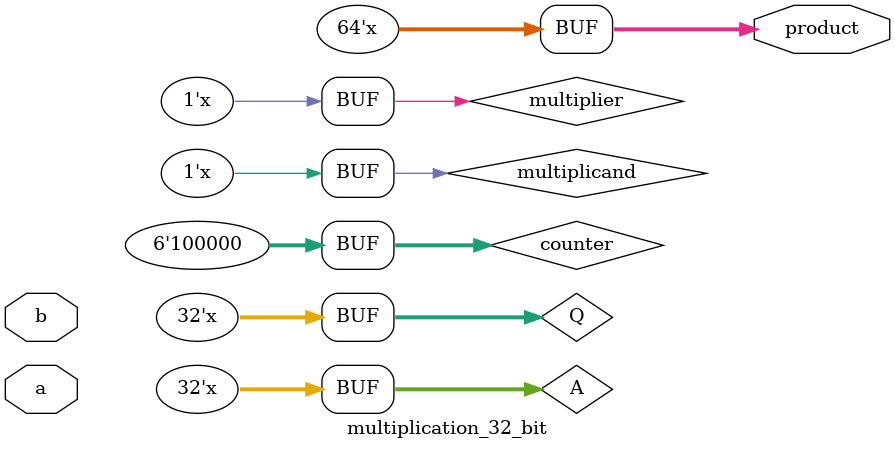
<source format=v>
module multiplication_32_bit (
  input signed [31:0] a, b,
  output signed [63:0] product,

);

reg [31:0] A, Q;
reg [5:0] counter;

always @ (multiplicand or multiplier) begin
    A = multiplicand;
    Q = multiplier;
    counter = 6'd32;
    product = 64'b0;
end

always @ (counter) begin
    case (Q[1:0])
      2'b00 : begin
        A = {A[30:0], A[31]};
        Q = {Q[30:1], Q[31]};
      end 
      2'b01 : begin
        product = product + A;
        A = {A[30:0], A[31]};
        Q = {Q[30:1], Q[31]};
      end
      2'b10 : begin
        product = product - A;
        A = {A[30:0], A[31]};
        Q = {Q[30:1], Q[31]};
      end
      2'b11 : begin
        A = {A[30:1], A[31]};
        Q = {Q[30:0], Q[31]};
      end   
    endcase
   counter = counter - 1;
end
  
endmodule
</source>
